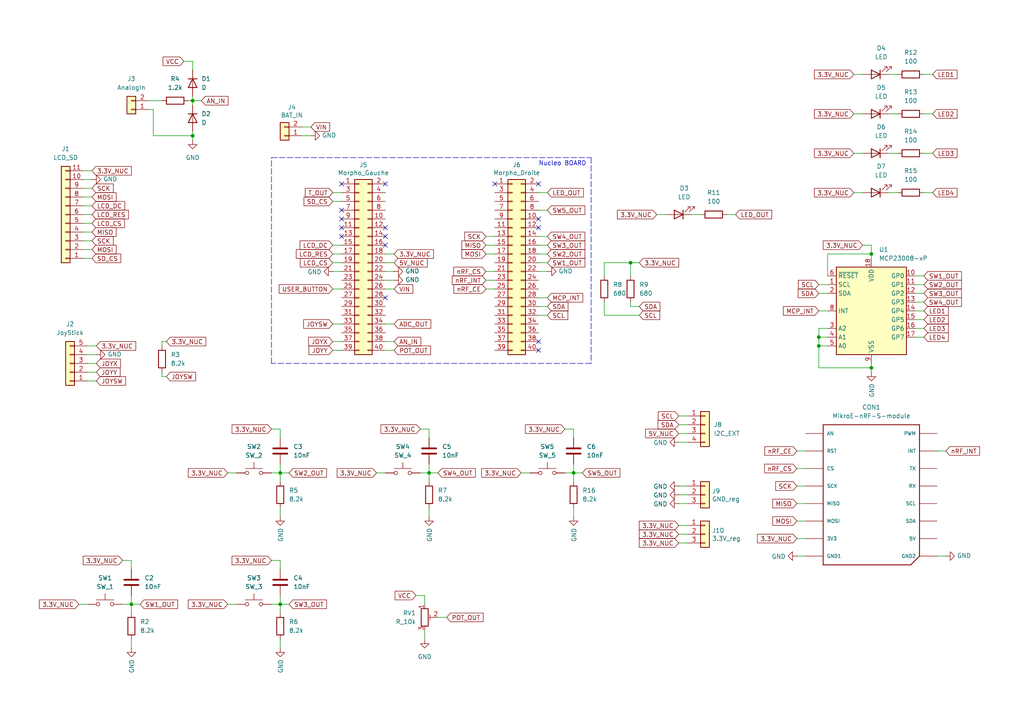
<source format=kicad_sch>
(kicad_sch (version 20231120) (generator "eeschema") (generator_version "8.0")
  (paper "A4")
  (lib_symbols
    (symbol "Connector_Generic:Conn_01x02" (pin_names (offset 1.016) hide)
      (property "Reference" "J" (at 0 2.54 0))
      (property "Value" "Conn_01x02" (at 0 -5.08 0))
      (symbol "Conn_01x02_1_1"
        (pin passive line (at -5.08 0 0) (length 3.81) (name "Pin_1") (number "1"))
        (pin passive line (at -5.08 -2.54 0) (length 3.81) (name "Pin_2") (number "2"))
      )
    )
    (symbol "Connector_Generic:Conn_01x03" (pin_names (offset 1.016) hide)
      (property "Reference" "J" (at 0 5.08 0))
      (property "Value" "Conn_01x03" (at 0 -5.08 0))
      (symbol "Conn_01x03_1_1"
        (pin passive line (at -5.08 2.54 0) (length 3.81) (name "Pin_1") (number "1"))
        (pin passive line (at -5.08 0 0) (length 3.81) (name "Pin_2") (number "2"))
        (pin passive line (at -5.08 -2.54 0) (length 3.81) (name "Pin_3") (number "3"))
      )
    )
    (symbol "Connector_Generic:Conn_01x04" (pin_names (offset 1.016) hide)
      (property "Reference" "J" (at 0 5.08 0))
      (property "Value" "Conn_01x04" (at 0 -7.62 0))
      (symbol "Conn_01x04_1_1"
        (pin passive line (at -5.08 2.54 0) (length 3.81) (name "Pin_1") (number "1"))
        (pin passive line (at -5.08 0 0) (length 3.81) (name "Pin_2") (number "2"))
        (pin passive line (at -5.08 -2.54 0) (length 3.81) (name "Pin_3") (number "3"))
        (pin passive line (at -5.08 -5.08 0) (length 3.81) (name "Pin_4") (number "4"))
      )
    )
    (symbol "Connector_Generic:Conn_01x05" (pin_names (offset 1.016) hide)
      (property "Reference" "J" (at 0 7.62 0))
      (property "Value" "Conn_01x05" (at 0 -7.62 0))
      (symbol "Conn_01x05_1_1"
        (pin passive line (at -5.08 5.08 0) (length 3.81) (name "Pin_1") (number "1"))
        (pin passive line (at -5.08 2.54 0) (length 3.81) (name "Pin_2") (number "2"))
        (pin passive line (at -5.08 0 0) (length 3.81) (name "Pin_3") (number "3"))
        (pin passive line (at -5.08 -2.54 0) (length 3.81) (name "Pin_4") (number "4"))
        (pin passive line (at -5.08 -5.08 0) (length 3.81) (name "Pin_5") (number "5"))
      )
    )
    (symbol "Connector_Generic:Conn_01x11" (pin_names (offset 1.016) hide)
      (property "Reference" "J" (at 0 15.24 0))
      (property "Value" "Conn_01x11" (at 0 -15.24 0))
      (symbol "Conn_01x11_1_1"
        (pin passive line (at -5.08 12.7 0) (length 3.81) (name "Pin_1") (number "1"))
        (pin passive line (at -5.08 -10.16 0) (length 3.81) (name "Pin_10") (number "10"))
        (pin passive line (at -5.08 -12.7 0) (length 3.81) (name "Pin_11") (number "11"))
        (pin passive line (at -5.08 10.16 0) (length 3.81) (name "Pin_2") (number "2"))
        (pin passive line (at -5.08 7.62 0) (length 3.81) (name "Pin_3") (number "3"))
        (pin passive line (at -5.08 5.08 0) (length 3.81) (name "Pin_4") (number "4"))
        (pin passive line (at -5.08 2.54 0) (length 3.81) (name "Pin_5") (number "5"))
        (pin passive line (at -5.08 0 0) (length 3.81) (name "Pin_6") (number "6"))
        (pin passive line (at -5.08 -2.54 0) (length 3.81) (name "Pin_7") (number "7"))
        (pin passive line (at -5.08 -5.08 0) (length 3.81) (name "Pin_8") (number "8"))
        (pin passive line (at -5.08 -7.62 0) (length 3.81) (name "Pin_9") (number "9"))
      )
    )
    (symbol "Connector_Generic:Conn_02x20_Odd_Even" (pin_names (offset 1.016) hide)
      (property "Reference" "J" (at 1.27 25.4 0))
      (property "Value" "Conn_02x20_Odd_Even" (at 1.27 -27.94 0))
      (symbol "Conn_02x20_Odd_Even_1_1"
        (pin passive line (at -5.08 22.86 0) (length 3.81) (name "Pin_1") (number "1"))
        (pin passive line (at 7.62 12.7 180) (length 3.81) (name "Pin_10") (number "10"))
        (pin passive line (at -5.08 10.16 0) (length 3.81) (name "Pin_11") (number "11"))
        (pin passive line (at 7.62 10.16 180) (length 3.81) (name "Pin_12") (number "12"))
        (pin passive line (at -5.08 7.62 0) (length 3.81) (name "Pin_13") (number "13"))
        (pin passive line (at 7.62 7.62 180) (length 3.81) (name "Pin_14") (number "14"))
        (pin passive line (at -5.08 5.08 0) (length 3.81) (name "Pin_15") (number "15"))
        (pin passive line (at 7.62 5.08 180) (length 3.81) (name "Pin_16") (number "16"))
        (pin passive line (at -5.08 2.54 0) (length 3.81) (name "Pin_17") (number "17"))
        (pin passive line (at 7.62 2.54 180) (length 3.81) (name "Pin_18") (number "18"))
        (pin passive line (at -5.08 0 0) (length 3.81) (name "Pin_19") (number "19"))
        (pin passive line (at 7.62 22.86 180) (length 3.81) (name "Pin_2") (number "2"))
        (pin passive line (at 7.62 0 180) (length 3.81) (name "Pin_20") (number "20"))
        (pin passive line (at -5.08 -2.54 0) (length 3.81) (name "Pin_21") (number "21"))
        (pin passive line (at 7.62 -2.54 180) (length 3.81) (name "Pin_22") (number "22"))
        (pin passive line (at -5.08 -5.08 0) (length 3.81) (name "Pin_23") (number "23"))
        (pin passive line (at 7.62 -5.08 180) (length 3.81) (name "Pin_24") (number "24"))
        (pin passive line (at -5.08 -7.62 0) (length 3.81) (name "Pin_25") (number "25"))
        (pin passive line (at 7.62 -7.62 180) (length 3.81) (name "Pin_26") (number "26"))
        (pin passive line (at -5.08 -10.16 0) (length 3.81) (name "Pin_27") (number "27"))
        (pin passive line (at 7.62 -10.16 180) (length 3.81) (name "Pin_28") (number "28"))
        (pin passive line (at -5.08 -12.7 0) (length 3.81) (name "Pin_29") (number "29"))
        (pin passive line (at -5.08 20.32 0) (length 3.81) (name "Pin_3") (number "3"))
        (pin passive line (at 7.62 -12.7 180) (length 3.81) (name "Pin_30") (number "30"))
        (pin passive line (at -5.08 -15.24 0) (length 3.81) (name "Pin_31") (number "31"))
        (pin passive line (at 7.62 -15.24 180) (length 3.81) (name "Pin_32") (number "32"))
        (pin passive line (at -5.08 -17.78 0) (length 3.81) (name "Pin_33") (number "33"))
        (pin passive line (at 7.62 -17.78 180) (length 3.81) (name "Pin_34") (number "34"))
        (pin passive line (at -5.08 -20.32 0) (length 3.81) (name "Pin_35") (number "35"))
        (pin passive line (at 7.62 -20.32 180) (length 3.81) (name "Pin_36") (number "36"))
        (pin passive line (at -5.08 -22.86 0) (length 3.81) (name "Pin_37") (number "37"))
        (pin passive line (at 7.62 -22.86 180) (length 3.81) (name "Pin_38") (number "38"))
        (pin passive line (at -5.08 -25.4 0) (length 3.81) (name "Pin_39") (number "39"))
        (pin passive line (at 7.62 20.32 180) (length 3.81) (name "Pin_4") (number "4"))
        (pin passive line (at 7.62 -25.4 180) (length 3.81) (name "Pin_40") (number "40"))
        (pin passive line (at -5.08 17.78 0) (length 3.81) (name "Pin_5") (number "5"))
        (pin passive line (at 7.62 17.78 180) (length 3.81) (name "Pin_6") (number "6"))
        (pin passive line (at -5.08 15.24 0) (length 3.81) (name "Pin_7") (number "7"))
        (pin passive line (at 7.62 15.24 180) (length 3.81) (name "Pin_8") (number "8"))
        (pin passive line (at -5.08 12.7 0) (length 3.81) (name "Pin_9") (number "9"))
      )
    )
    (symbol "Device:C" (pin_numbers hide) (pin_names (offset 0.254))
      (property "Reference" "C" (at 0.635 2.54 0))
      (property "Value" "C" (at 0.635 -2.54 0))
      (symbol "C_1_1"
        (pin passive line (at 0 3.81 270) (length 2.794) (name "~") (number "1"))
        (pin passive line (at 0 -3.81 90) (length 2.794) (name "~") (number "2"))
      )
    )
    (symbol "Device:D" (pin_numbers hide) (pin_names (offset 1.016) hide)
      (property "Reference" "D" (at 0 2.54 0))
      (property "Value" "D" (at 0 -2.54 0))
      (symbol "D_1_1"
        (pin passive line (at -3.81 0 0) (length 2.54) (name "K") (number "1"))
        (pin passive line (at 3.81 0 180) (length 2.54) (name "A") (number "2"))
      )
    )
    (symbol "Device:LED" (pin_numbers hide) (pin_names (offset 1.016) hide)
      (property "Reference" "D" (at 0 2.54 0))
      (property "Value" "LED" (at 0 -2.54 0))
      (symbol "LED_1_1"
        (pin passive line (at -3.81 0 0) (length 2.54) (name "K") (number "1"))
        (pin passive line (at 3.81 0 180) (length 2.54) (name "A") (number "2"))
      )
    )
    (symbol "Device:R" (pin_numbers hide) (pin_names (offset 0))
      (property "Reference" "R" (at 2.032 0 90))
      (property "Value" "R" (at 0 0 90))
      (symbol "R_1_1"
        (pin passive line (at 0 3.81 270) (length 1.27) (name "~") (number "1"))
        (pin passive line (at 0 -3.81 90) (length 1.27) (name "~") (number "2"))
      )
    )
    (symbol "Device:R_POT_TRIM" (pin_names (offset 1.016) hide)
      (property "Reference" "RV" (at -4.445 0 90))
      (property "Value" "R_POT_TRIM" (at -2.54 0 90))
      (symbol "R_POT_TRIM_1_1"
        (pin passive line (at 0 3.81 270) (length 1.27) (name "1") (number "1"))
        (pin passive line (at 3.81 0 180) (length 1.27) (name "2") (number "2"))
        (pin passive line (at 0 -3.81 90) (length 1.27) (name "3") (number "3"))
      )
    )
    (symbol "Interface_Expansion:MCP23008-xP"
      (property "Reference" "U" (at -8.89 13.97 0))
      (property "Value" "MCP23008-xP" (at 8.89 13.97 0))
      (symbol "MCP23008-xP_1_1"
        (pin input line (at -12.7 7.62 0) (length 2.54) (name "SCL") (number "1"))
        (pin bidirectional line (at 12.7 10.16 180) (length 2.54) (name "GP0") (number "10"))
        (pin bidirectional line (at 12.7 7.62 180) (length 2.54) (name "GP1") (number "11"))
        (pin bidirectional line (at 12.7 5.08 180) (length 2.54) (name "GP2") (number "12"))
        (pin bidirectional line (at 12.7 2.54 180) (length 2.54) (name "GP3") (number "13"))
        (pin bidirectional line (at 12.7 0 180) (length 2.54) (name "GP4") (number "14"))
        (pin bidirectional line (at 12.7 -2.54 180) (length 2.54) (name "GP5") (number "15"))
        (pin bidirectional line (at 12.7 -5.08 180) (length 2.54) (name "GP6") (number "16"))
        (pin bidirectional line (at 12.7 -7.62 180) (length 2.54) (name "GP7") (number "17"))
        (pin power_in line (at 0 15.24 270) (length 2.54) (name "VDD") (number "18"))
        (pin bidirectional line (at -12.7 5.08 0) (length 2.54) (name "SDA") (number "2"))
        (pin input line (at -12.7 -5.08 0) (length 2.54) (name "A2") (number "3"))
        (pin input line (at -12.7 -7.62 0) (length 2.54) (name "A1") (number "4"))
        (pin input line (at -12.7 -10.16 0) (length 2.54) (name "A0") (number "5"))
        (pin input line (at -12.7 10.16 0) (length 2.54) (name "~{RESET}") (number "6"))
        (pin no_connect line (at -10.16 -2.54 0) (length 2.54) hide (name "NC") (number "7"))
        (pin output line (at -12.7 0 0) (length 2.54) (name "INT") (number "8"))
        (pin power_in line (at 0 -15.24 90) (length 2.54) (name "VSS") (number "9"))
      )
    )
    (symbol "Switch:SW_Push" (pin_numbers hide) (pin_names (offset 1.016) hide)
      (property "Reference" "SW" (at 1.27 2.54 0))
      (property "Value" "SW_Push" (at 0 -1.524 0))
      (symbol "SW_Push_0_1"
        (pin passive line (at -5.08 0 0) (length 2.54) (name "1") (number "1"))
        (pin passive line (at 5.08 0 180) (length 2.54) (name "2") (number "2"))
      )
    )
    (symbol "mikroBUS:MIKROBUS_MODULE_CONN" (pin_numbers hide) (pin_names (offset 1.016))
      (property "Reference" "CON" (at 10.16 38.1 0))
      (property "Value" "MIKROBUS_MODULE_CONN" (at 2.54 3.81 0))
      (symbol "MIKROBUS_MODULE_CONN_0_0"
        (pin bidirectional line (at -5.08 38.1 0) (length 5.08) (name "AN") (number "P1"))
        (pin power_in line (at 33.02 7.62 180) (length 5.08) (name "5V") (number "P10"))
        (pin bidirectional line (at 33.02 12.7 180) (length 5.08) (name "SDA") (number "P11"))
        (pin bidirectional line (at 33.02 17.78 180) (length 5.08) (name "SCL") (number "P12"))
        (pin bidirectional line (at 33.02 22.86 180) (length 5.08) (name "RX") (number "P13"))
        (pin bidirectional line (at 33.02 27.94 180) (length 5.08) (name "TX") (number "P14"))
        (pin bidirectional line (at 33.02 33.02 180) (length 5.08) (name "INT") (number "P15"))
        (pin bidirectional line (at 33.02 38.1 180) (length 5.08) (name "PWM") (number "P16"))
        (pin bidirectional line (at -5.08 33.02 0) (length 5.08) (name "RST") (number "P2"))
        (pin bidirectional line (at -5.08 27.94 0) (length 5.08) (name "CS") (number "P3"))
        (pin bidirectional line (at -5.08 22.86 0) (length 5.08) (name "SCK") (number "P4"))
        (pin bidirectional line (at -5.08 17.78 0) (length 5.08) (name "MISO") (number "P5"))
        (pin bidirectional line (at -5.08 12.7 0) (length 5.08) (name "MOSI") (number "P6"))
        (pin power_in line (at -5.08 7.62 0) (length 5.08) (name "3V3") (number "P7"))
        (pin bidirectional line (at -5.08 2.54 0) (length 5.08) (name "GND1") (number "P8"))
        (pin bidirectional line (at 33.02 2.54 180) (length 5.08) (name "GND2") (number "P9"))
      )
    )
    (symbol "power:GND" (power) (pin_numbers hide) (pin_names (offset 0) hide)
      (property "Value" "GND" (at 0 -3.81 0))
      (symbol "GND_1_1"
        (pin power_in line (at 0 0 270) (length 0) (name "~") (number "1"))
      )
    )
  )
  (junction (at 252.73 106.68))
  (junction (at 81.28 175.26))
  (junction (at 182.88 76.2))
  (junction (at 252.73 73.66))
  (junction (at 81.28 137.16))
  (junction (at 55.88 29.21))
  (junction (at 237.49 100.33))
  (junction (at 166.37 137.16))
  (junction (at 38.1 175.26))
  (junction (at 124.46 137.16))
  (junction (at 55.88 39.37))
  (junction (at 237.49 97.79))
  (no_connect (at 99.06 68.58))
  (no_connect (at 99.06 60.96))
  (no_connect (at 156.21 101.6))
  (no_connect (at 111.76 66.04))
  (no_connect (at 111.76 68.58))
  (no_connect (at 111.76 86.36))
  (no_connect (at 111.76 71.12))
  (no_connect (at 156.21 99.06))
  (no_connect (at 156.21 63.5))
  (no_connect (at 111.76 53.34))
  (no_connect (at 99.06 53.34))
  (no_connect (at 156.21 66.04))
  (no_connect (at 99.06 66.04))
  (no_connect (at 99.06 63.5))
  (no_connect (at 143.51 53.34))
  (no_connect (at 156.21 53.34))
  (wire (pts (xy 66.04 137.16) (xy 68.58 137.16)))
  (wire (pts (xy 185.42 76.2) (xy 182.88 76.2)))
  (wire (pts (xy 81.28 147.32) (xy 81.28 149.86)))
  (wire (pts (xy 96.52 99.06) (xy 99.06 99.06)))
  (wire (pts (xy 55.88 29.21) (xy 55.88 27.94)))
  (wire (pts (xy 231.14 140.97) (xy 233.68 140.97)))
  (wire (pts (xy 231.14 146.05) (xy 233.68 146.05)))
  (wire (pts (xy 237.49 97.79) (xy 237.49 95.25)))
  (wire (pts (xy 81.28 185.42) (xy 81.28 187.96)))
  (wire (pts (xy 24.13 72.39) (xy 26.67 72.39)))
  (wire (pts (xy 81.28 137.16) (xy 83.82 137.16)))
  (wire (pts (xy 156.21 55.88) (xy 158.75 55.88)))
  (wire (pts (xy 231.14 130.81) (xy 233.68 130.81)))
  (wire (pts (xy 114.3 76.2) (xy 111.76 76.2)))
  (wire (pts (xy 196.85 140.97) (xy 199.39 140.97)))
  (wire (pts (xy 265.43 97.79) (xy 267.97 97.79)))
  (wire (pts (xy 267.97 44.45) (xy 270.51 44.45)))
  (wire (pts (xy 210.82 62.23) (xy 213.36 62.23)))
  (wire (pts (xy 55.88 29.21) (xy 58.42 29.21)))
  (wire (pts (xy 196.85 123.19) (xy 199.39 123.19)))
  (wire (pts (xy 35.56 175.26) (xy 38.1 175.26)))
  (wire (pts (xy 111.76 83.82) (xy 114.3 83.82)))
  (wire (pts (xy 25.4 107.95) (xy 27.94 107.95)))
  (wire (pts (xy 156.21 86.36) (xy 158.75 86.36)))
  (wire (pts (xy 237.49 100.33) (xy 240.03 100.33)))
  (wire (pts (xy 140.97 71.12) (xy 143.51 71.12)))
  (wire (pts (xy 121.92 124.46) (xy 124.46 124.46)))
  (wire (pts (xy 120.65 172.72) (xy 123.19 172.72)))
  (wire (pts (xy 252.73 106.68) (xy 252.73 107.95)))
  (wire (pts (xy 22.86 175.26) (xy 25.4 175.26)))
  (wire (pts (xy 196.85 125.73) (xy 199.39 125.73)))
  (wire (pts (xy 247.65 44.45) (xy 250.19 44.45)))
  (wire (pts (xy 237.49 95.25) (xy 240.03 95.25)))
  (wire (pts (xy 78.74 162.56) (xy 81.28 162.56)))
  (wire (pts (xy 25.4 102.87) (xy 27.94 102.87)))
  (wire (pts (xy 140.97 78.74) (xy 143.51 78.74)))
  (wire (pts (xy 265.43 95.25) (xy 267.97 95.25)))
  (wire (pts (xy 48.26 109.22) (xy 46.99 109.22)))
  (wire (pts (xy 111.76 81.28) (xy 114.3 81.28)))
  (wire (pts (xy 124.46 147.32) (xy 124.46 149.86)))
  (wire (pts (xy 25.4 100.33) (xy 27.94 100.33)))
  (wire (pts (xy 237.49 90.17) (xy 240.03 90.17)))
  (wire (pts (xy 182.88 76.2) (xy 182.88 80.01)))
  (wire (pts (xy 111.76 73.66) (xy 114.3 73.66)))
  (wire (pts (xy 96.52 78.74) (xy 99.06 78.74)))
  (wire (pts (xy 156.21 78.74) (xy 158.75 78.74)))
  (wire (pts (xy 96.52 73.66) (xy 99.06 73.66)))
  (wire (pts (xy 78.74 137.16) (xy 81.28 137.16)))
  (wire (pts (xy 81.28 137.16) (xy 81.28 139.7)))
  (wire (pts (xy 43.18 29.21) (xy 46.99 29.21)))
  (wire (pts (xy 166.37 137.16) (xy 166.37 134.62)))
  (wire (pts (xy 111.76 93.98) (xy 114.3 93.98)))
  (wire (pts (xy 96.52 83.82) (xy 99.06 83.82)))
  (wire (pts (xy 35.56 162.56) (xy 38.1 162.56)))
  (wire (pts (xy 109.22 137.16) (xy 111.76 137.16)))
  (wire (pts (xy 240.03 73.66) (xy 240.03 80.01)))
  (wire (pts (xy 199.39 157.48) (xy 196.85 157.48)))
  (wire (pts (xy 121.92 137.16) (xy 124.46 137.16)))
  (wire (pts (xy 175.26 91.44) (xy 175.26 87.63)))
  (wire (pts (xy 237.49 106.68) (xy 237.49 100.33)))
  (wire (pts (xy 111.76 78.74) (xy 114.3 78.74)))
  (wire (pts (xy 199.39 143.51) (xy 196.85 143.51)))
  (wire (pts (xy 111.76 99.06) (xy 114.3 99.06)))
  (wire (pts (xy 190.5 62.23) (xy 193.04 62.23)))
  (wire (pts (xy 24.13 57.15) (xy 26.67 57.15)))
  (wire (pts (xy 237.49 100.33) (xy 237.49 97.79)))
  (wire (pts (xy 265.43 87.63) (xy 267.97 87.63)))
  (wire (pts (xy 81.28 124.46) (xy 81.28 127)))
  (wire (pts (xy 267.97 21.59) (xy 270.51 21.59)))
  (wire (pts (xy 81.28 175.26) (xy 81.28 172.72)))
  (wire (pts (xy 247.65 33.02) (xy 250.19 33.02)))
  (wire (pts (xy 156.21 91.44) (xy 158.75 91.44)))
  (wire (pts (xy 156.21 71.12) (xy 158.75 71.12)))
  (wire (pts (xy 252.73 71.12) (xy 252.73 73.66)))
  (wire (pts (xy 96.52 101.6) (xy 99.06 101.6)))
  (wire (pts (xy 237.49 97.79) (xy 240.03 97.79)))
  (wire (pts (xy 25.4 110.49) (xy 27.94 110.49)))
  (wire (pts (xy 252.73 71.12) (xy 250.19 71.12)))
  (wire (pts (xy 247.65 21.59) (xy 250.19 21.59)))
  (wire (pts (xy 247.65 55.88) (xy 250.19 55.88)))
  (wire (pts (xy 185.42 91.44) (xy 175.26 91.44)))
  (wire (pts (xy 252.73 105.41) (xy 252.73 106.68)))
  (wire (pts (xy 265.43 85.09) (xy 267.97 85.09)))
  (wire (pts (xy 96.52 76.2) (xy 99.06 76.2)))
  (wire (pts (xy 127 179.07) (xy 129.54 179.07)))
  (wire (pts (xy 38.1 162.56) (xy 38.1 165.1)))
  (wire (pts (xy 231.14 135.89) (xy 233.68 135.89)))
  (wire (pts (xy 123.19 182.88) (xy 123.19 185.42)))
  (wire (pts (xy 265.43 82.55) (xy 267.97 82.55)))
  (wire (pts (xy 257.81 55.88) (xy 260.35 55.88)))
  (wire (pts (xy 38.1 185.42) (xy 38.1 187.96)))
  (wire (pts (xy 78.74 124.46) (xy 81.28 124.46)))
  (wire (pts (xy 111.76 101.6) (xy 114.3 101.6)))
  (wire (pts (xy 25.4 105.41) (xy 27.94 105.41)))
  (wire (pts (xy 237.49 85.09) (xy 240.03 85.09)))
  (wire (pts (xy 163.83 137.16) (xy 166.37 137.16)))
  (wire (pts (xy 257.81 33.02) (xy 260.35 33.02)))
  (polyline (pts (xy 78.74 45.72) (xy 171.45 45.72)) (stroke (width 0) (type dash)))
  (wire (pts (xy 24.13 52.07) (xy 26.67 52.07)))
  (wire (pts (xy 24.13 67.31) (xy 26.67 67.31)))
  (wire (pts (xy 257.81 44.45) (xy 260.35 44.45)))
  (wire (pts (xy 54.61 29.21) (xy 55.88 29.21)))
  (wire (pts (xy 196.85 128.27) (xy 199.39 128.27)))
  (wire (pts (xy 124.46 124.46) (xy 124.46 127)))
  (wire (pts (xy 156.21 73.66) (xy 158.75 73.66)))
  (wire (pts (xy 163.83 124.46) (xy 166.37 124.46)))
  (wire (pts (xy 38.1 175.26) (xy 38.1 172.72)))
  (wire (pts (xy 24.13 62.23) (xy 26.67 62.23)))
  (wire (pts (xy 24.13 54.61) (xy 26.67 54.61)))
  (wire (pts (xy 175.26 76.2) (xy 175.26 80.01)))
  (wire (pts (xy 55.88 39.37) (xy 55.88 40.64)))
  (wire (pts (xy 231.14 151.13) (xy 233.68 151.13)))
  (wire (pts (xy 271.78 161.29) (xy 274.32 161.29)))
  (wire (pts (xy 199.39 152.4) (xy 196.85 152.4)))
  (wire (pts (xy 156.21 76.2) (xy 158.75 76.2)))
  (wire (pts (xy 55.88 39.37) (xy 44.45 39.37)))
  (wire (pts (xy 96.52 55.88) (xy 99.06 55.88)))
  (wire (pts (xy 140.97 81.28) (xy 143.51 81.28)))
  (wire (pts (xy 44.45 31.75) (xy 43.18 31.75)))
  (wire (pts (xy 24.13 59.69) (xy 26.67 59.69)))
  (wire (pts (xy 252.73 73.66) (xy 240.03 73.66)))
  (wire (pts (xy 267.97 55.88) (xy 270.51 55.88)))
  (wire (pts (xy 55.88 17.78) (xy 53.34 17.78)))
  (wire (pts (xy 81.28 175.26) (xy 83.82 175.26)))
  (wire (pts (xy 166.37 137.16) (xy 166.37 139.7)))
  (wire (pts (xy 55.88 38.1) (xy 55.88 39.37)))
  (wire (pts (xy 200.66 62.23) (xy 203.2 62.23)))
  (wire (pts (xy 182.88 88.9) (xy 182.88 87.63)))
  (wire (pts (xy 46.99 109.22) (xy 46.99 107.95)))
  (wire (pts (xy 24.13 74.93) (xy 26.67 74.93)))
  (wire (pts (xy 185.42 88.9) (xy 182.88 88.9)))
  (wire (pts (xy 55.88 20.32) (xy 55.88 17.78)))
  (wire (pts (xy 231.14 161.29) (xy 233.68 161.29)))
  (wire (pts (xy 78.74 175.26) (xy 81.28 175.26)))
  (wire (pts (xy 24.13 69.85) (xy 26.67 69.85)))
  (wire (pts (xy 237.49 82.55) (xy 240.03 82.55)))
  (wire (pts (xy 123.19 172.72) (xy 123.19 175.26)))
  (wire (pts (xy 81.28 175.26) (xy 81.28 177.8)))
  (wire (pts (xy 96.52 71.12) (xy 99.06 71.12)))
  (wire (pts (xy 156.21 88.9) (xy 158.75 88.9)))
  (wire (pts (xy 252.73 106.68) (xy 237.49 106.68)))
  (wire (pts (xy 96.52 93.98) (xy 99.06 93.98)))
  (wire (pts (xy 252.73 73.66) (xy 252.73 74.93)))
  (wire (pts (xy 257.81 21.59) (xy 260.35 21.59)))
  (wire (pts (xy 140.97 68.58) (xy 143.51 68.58)))
  (wire (pts (xy 140.97 73.66) (xy 143.51 73.66)))
  (wire (pts (xy 24.13 64.77) (xy 26.67 64.77)))
  (wire (pts (xy 124.46 137.16) (xy 124.46 134.62)))
  (wire (pts (xy 55.88 29.21) (xy 55.88 30.48)))
  (wire (pts (xy 87.63 39.37) (xy 90.17 39.37)))
  (wire (pts (xy 166.37 147.32) (xy 166.37 149.86)))
  (wire (pts (xy 271.78 130.81) (xy 274.32 130.81)))
  (wire (pts (xy 265.43 80.01) (xy 267.97 80.01)))
  (polyline (pts (xy 78.74 105.41) (xy 78.74 45.72)) (stroke (width 0) (type dash)))
  (wire (pts (xy 166.37 137.16) (xy 168.91 137.16)))
  (wire (pts (xy 38.1 175.26) (xy 40.64 175.26)))
  (wire (pts (xy 124.46 137.16) (xy 124.46 139.7)))
  (wire (pts (xy 81.28 162.56) (xy 81.28 165.1)))
  (wire (pts (xy 46.99 99.06) (xy 48.26 99.06)))
  (wire (pts (xy 156.21 60.96) (xy 158.75 60.96)))
  (polyline (pts (xy 171.45 45.72) (xy 171.45 105.41)) (stroke (width 0) (type dash)))
  (wire (pts (xy 46.99 100.33) (xy 46.99 99.06)))
  (wire (pts (xy 265.43 90.17) (xy 267.97 90.17)))
  (wire (pts (xy 44.45 39.37) (xy 44.45 31.75)))
  (wire (pts (xy 151.13 137.16) (xy 153.67 137.16)))
  (wire (pts (xy 199.39 146.05) (xy 196.85 146.05)))
  (wire (pts (xy 66.04 175.26) (xy 68.58 175.26)))
  (wire (pts (xy 199.39 154.94) (xy 196.85 154.94)))
  (polyline (pts (xy 171.45 105.41) (xy 78.74 105.41)) (stroke (width 0) (type dash)))
  (wire (pts (xy 265.43 92.71) (xy 267.97 92.71)))
  (wire (pts (xy 124.46 137.16) (xy 127 137.16)))
  (wire (pts (xy 166.37 124.46) (xy 166.37 127)))
  (wire (pts (xy 87.63 36.83) (xy 90.17 36.83)))
  (wire (pts (xy 140.97 83.82) (xy 143.51 83.82)))
  (wire (pts (xy 182.88 76.2) (xy 175.26 76.2)))
  (wire (pts (xy 24.13 49.53) (xy 26.67 49.53)))
  (wire (pts (xy 267.97 33.02) (xy 270.51 33.02)))
  (wire (pts (xy 81.28 137.16) (xy 81.28 134.62)))
  (wire (pts (xy 38.1 175.26) (xy 38.1 177.8)))
  (wire (pts (xy 96.52 58.42) (xy 99.06 58.42)))
  (wire (pts (xy 196.85 120.65) (xy 199.39 120.65)))
  (wire (pts (xy 231.14 156.21) (xy 233.68 156.21)))
  (wire (pts (xy 156.21 68.58) (xy 158.75 68.58)))
  (text "Nucleo BOARD" (at 156.21 48.26 0) (effects (font (size 1.27 1.27)) (justify left bottom)))
  (global_label "SCK" (shape input) (at 26.67 54.61 0) (property "Intersheetrefs" "${INTERSHEET_REFS}" (effects (hide yes))))
  (global_label "SCK" (shape input) (at 140.97 68.58 180) (property "Intersheetrefs" "${INTERSHEET_REFS}" (effects (hide yes))))
  (global_label "USER_BUTTON" (shape input) (at 96.52 83.82 180) (property "Intersheetrefs" "${INTERSHEET_REFS}" (effects (hide yes))))
  (global_label "SCL" (shape input) (at 185.42 91.44 0) (property "Intersheetrefs" "${INTERSHEET_REFS}" (effects (hide yes))))
  (global_label "LCD_DC" (shape input) (at 26.67 59.69 0) (property "Intersheetrefs" "${INTERSHEET_REFS}" (effects (hide yes))))
  (global_label "LCD_CS" (shape input) (at 96.52 76.2 180) (property "Intersheetrefs" "${INTERSHEET_REFS}" (effects (hide yes))))
  (global_label "SW2_OUT" (shape input) (at 267.97 82.55 0) (property "Intersheetrefs" "${INTERSHEET_REFS}" (effects (hide yes))))
  (global_label "VIN" (shape input) (at 90.17 36.83 0) (property "Intersheetrefs" "${INTERSHEET_REFS}" (effects (hide yes))))
  (global_label "MISO" (shape input) (at 140.97 71.12 180) (property "Intersheetrefs" "${INTERSHEET_REFS}" (effects (hide yes))))
  (global_label "JOYSW" (shape input) (at 27.94 110.49 0) (property "Intersheetrefs" "${INTERSHEET_REFS}" (effects (hide yes))))
  (global_label "SW1_OUT" (shape input) (at 40.64 175.26 0) (property "Intersheetrefs" "${INTERSHEET_REFS}" (effects (hide yes))))
  (global_label "3.3V_NUC" (shape input) (at 247.65 55.88 180) (property "Intersheetrefs" "${INTERSHEET_REFS}" (effects (hide yes))))
  (global_label "SDA" (shape input) (at 196.85 123.19 180) (property "Intersheetrefs" "${INTERSHEET_REFS}" (effects (hide yes))))
  (global_label "MCP_INT" (shape input) (at 158.75 86.36 0) (property "Intersheetrefs" "${INTERSHEET_REFS}" (effects (hide yes))))
  (global_label "LED_OUT" (shape input) (at 213.36 62.23 0) (property "Intersheetrefs" "${INTERSHEET_REFS}" (effects (hide yes))))
  (global_label "JOYY" (shape input) (at 27.94 107.95 0) (property "Intersheetrefs" "${INTERSHEET_REFS}" (effects (hide yes))))
  (global_label "SW4_OUT" (shape input) (at 127 137.16 0) (property "Intersheetrefs" "${INTERSHEET_REFS}" (effects (hide yes))))
  (global_label "LED3" (shape input) (at 267.97 95.25 0) (property "Intersheetrefs" "${INTERSHEET_REFS}" (effects (hide yes))))
  (global_label "3.3V_NUC" (shape input) (at 48.26 99.06 0) (property "Intersheetrefs" "${INTERSHEET_REFS}" (effects (hide yes))))
  (global_label "ADC_OUT" (shape input) (at 114.3 93.98 0) (property "Intersheetrefs" "${INTERSHEET_REFS}" (effects (hide yes))))
  (global_label "MOSI" (shape input) (at 231.14 151.13 180) (property "Intersheetrefs" "${INTERSHEET_REFS}" (effects (hide yes))))
  (global_label "3.3V_NUC" (shape input) (at 35.56 162.56 180) (property "Intersheetrefs" "${INTERSHEET_REFS}" (effects (hide yes))))
  (global_label "3.3V_NUC" (shape input) (at 121.92 124.46 180) (property "Intersheetrefs" "${INTERSHEET_REFS}" (effects (hide yes))))
  (global_label "LCD_RES" (shape input) (at 26.67 62.23 0) (property "Intersheetrefs" "${INTERSHEET_REFS}" (effects (hide yes))))
  (global_label "POT_OUT" (shape input) (at 129.54 179.07 0) (property "Intersheetrefs" "${INTERSHEET_REFS}" (effects (hide yes))))
  (global_label "SCL" (shape input) (at 158.75 91.44 0) (property "Intersheetrefs" "${INTERSHEET_REFS}" (effects (hide yes))))
  (global_label "3.3V_NUC" (shape input) (at 114.3 73.66 0) (property "Intersheetrefs" "${INTERSHEET_REFS}" (effects (hide yes))))
  (global_label "3.3V_NUC" (shape input) (at 247.65 21.59 180) (property "Intersheetrefs" "${INTERSHEET_REFS}" (effects (hide yes))))
  (global_label "3.3V_NUC" (shape input) (at 78.74 162.56 180) (property "Intersheetrefs" "${INTERSHEET_REFS}" (effects (hide yes))))
  (global_label "nRF_CS" (shape input) (at 140.97 78.74 180) (property "Intersheetrefs" "${INTERSHEET_REFS}" (effects (hide yes))))
  (global_label "LED4" (shape input) (at 270.51 55.88 0) (property "Intersheetrefs" "${INTERSHEET_REFS}" (effects (hide yes))))
  (global_label "3.3V_NUC" (shape input) (at 190.5 62.23 180) (property "Intersheetrefs" "${INTERSHEET_REFS}" (effects (hide yes))))
  (global_label "SDA" (shape input) (at 185.42 88.9 0) (property "Intersheetrefs" "${INTERSHEET_REFS}" (effects (hide yes))))
  (global_label "3.3V_NUC" (shape input) (at 185.42 76.2 0) (property "Intersheetrefs" "${INTERSHEET_REFS}" (effects (hide yes))))
  (global_label "3.3V_NUC" (shape input) (at 196.85 152.4 180) (property "Intersheetrefs" "${INTERSHEET_REFS}" (effects (hide yes))))
  (global_label "3.3V_NUC" (shape input) (at 66.04 175.26 180) (property "Intersheetrefs" "${INTERSHEET_REFS}" (effects (hide yes))))
  (global_label "LED3" (shape input) (at 270.51 44.45 0) (property "Intersheetrefs" "${INTERSHEET_REFS}" (effects (hide yes))))
  (global_label "LED_OUT" (shape input) (at 158.75 55.88 0) (property "Intersheetrefs" "${INTERSHEET_REFS}" (effects (hide yes))))
  (global_label "SCK" (shape input) (at 26.67 69.85 0) (property "Intersheetrefs" "${INTERSHEET_REFS}" (effects (hide yes))))
  (global_label "SW3_OUT" (shape input) (at 158.75 71.12 0) (property "Intersheetrefs" "${INTERSHEET_REFS}" (effects (hide yes))))
  (global_label "LED2" (shape input) (at 270.51 33.02 0) (property "Intersheetrefs" "${INTERSHEET_REFS}" (effects (hide yes))))
  (global_label "LED2" (shape input) (at 267.97 92.71 0) (property "Intersheetrefs" "${INTERSHEET_REFS}" (effects (hide yes))))
  (global_label "SW4_OUT" (shape input) (at 158.75 68.58 0) (property "Intersheetrefs" "${INTERSHEET_REFS}" (effects (hide yes))))
  (global_label "SW1_OUT" (shape input) (at 267.97 80.01 0) (property "Intersheetrefs" "${INTERSHEET_REFS}" (effects (hide yes))))
  (global_label "5V_NUC" (shape input) (at 114.3 76.2 0) (property "Intersheetrefs" "${INTERSHEET_REFS}" (effects (hide yes))))
  (global_label "SDA" (shape input) (at 237.49 85.09 180) (property "Intersheetrefs" "${INTERSHEET_REFS}" (effects (hide yes))))
  (global_label "JOYY" (shape input) (at 96.52 101.6 180) (property "Intersheetrefs" "${INTERSHEET_REFS}" (effects (hide yes))))
  (global_label "nRF_INT" (shape input) (at 274.32 130.81 0) (property "Intersheetrefs" "${INTERSHEET_REFS}" (effects (hide yes))))
  (global_label "SW2_OUT" (shape input) (at 83.82 137.16 0) (property "Intersheetrefs" "${INTERSHEET_REFS}" (effects (hide yes))))
  (global_label "LED1" (shape input) (at 270.51 21.59 0) (property "Intersheetrefs" "${INTERSHEET_REFS}" (effects (hide yes))))
  (global_label "MOSI" (shape input) (at 26.67 57.15 0) (property "Intersheetrefs" "${INTERSHEET_REFS}" (effects (hide yes))))
  (global_label "LCD_DC" (shape input) (at 96.52 71.12 180) (property "Intersheetrefs" "${INTERSHEET_REFS}" (effects (hide yes))))
  (global_label "SW3_OUT" (shape input) (at 83.82 175.26 0) (property "Intersheetrefs" "${INTERSHEET_REFS}" (effects (hide yes))))
  (global_label "3.3V_NUC" (shape input) (at 66.04 137.16 180) (property "Intersheetrefs" "${INTERSHEET_REFS}" (effects (hide yes))))
  (global_label "MCP_INT" (shape input) (at 237.49 90.17 180) (property "Intersheetrefs" "${INTERSHEET_REFS}" (effects (hide yes))))
  (global_label "SD_CS" (shape input) (at 26.67 74.93 0) (property "Intersheetrefs" "${INTERSHEET_REFS}" (effects (hide yes))))
  (global_label "3.3V_NUC" (shape input) (at 247.65 33.02 180) (property "Intersheetrefs" "${INTERSHEET_REFS}" (effects (hide yes))))
  (global_label "LED1" (shape input) (at 267.97 90.17 0) (property "Intersheetrefs" "${INTERSHEET_REFS}" (effects (hide yes))))
  (global_label "nRF_CS" (shape input) (at 231.14 135.89 180) (property "Intersheetrefs" "${INTERSHEET_REFS}" (effects (hide yes))))
  (global_label "SCK" (shape input) (at 231.14 140.97 180) (property "Intersheetrefs" "${INTERSHEET_REFS}" (effects (hide yes))))
  (global_label "SW3_OUT" (shape input) (at 267.97 85.09 0) (property "Intersheetrefs" "${INTERSHEET_REFS}" (effects (hide yes))))
  (global_label "3.3V_NUC" (shape input) (at 196.85 154.94 180) (property "Intersheetrefs" "${INTERSHEET_REFS}" (effects (hide yes))))
  (global_label "3.3V_NUC" (shape input) (at 27.94 100.33 0) (property "Intersheetrefs" "${INTERSHEET_REFS}" (effects (hide yes))))
  (global_label "3.3V_NUC" (shape input) (at 22.86 175.26 180) (property "Intersheetrefs" "${INTERSHEET_REFS}" (effects (hide yes))))
  (global_label "SDA" (shape input) (at 158.75 88.9 0) (property "Intersheetrefs" "${INTERSHEET_REFS}" (effects (hide yes))))
  (global_label "SW5_OUT" (shape input) (at 168.91 137.16 0) (property "Intersheetrefs" "${INTERSHEET_REFS}" (effects (hide yes))))
  (global_label "MISO" (shape input) (at 231.14 146.05 180) (property "Intersheetrefs" "${INTERSHEET_REFS}" (effects (hide yes))))
  (global_label "POT_OUT" (shape input) (at 114.3 101.6 0) (property "Intersheetrefs" "${INTERSHEET_REFS}" (effects (hide yes))))
  (global_label "LCD_CS" (shape input) (at 26.67 64.77 0) (property "Intersheetrefs" "${INTERSHEET_REFS}" (effects (hide yes))))
  (global_label "3.3V_NUC" (shape input) (at 163.83 124.46 180) (property "Intersheetrefs" "${INTERSHEET_REFS}" (effects (hide yes))))
  (global_label "MOSI" (shape input) (at 140.97 73.66 180) (property "Intersheetrefs" "${INTERSHEET_REFS}" (effects (hide yes))))
  (global_label "LED4" (shape input) (at 267.97 97.79 0) (property "Intersheetrefs" "${INTERSHEET_REFS}" (effects (hide yes))))
  (global_label "SD_CS" (shape input) (at 96.52 58.42 180) (property "Intersheetrefs" "${INTERSHEET_REFS}" (effects (hide yes))))
  (global_label "3.3V_NUC" (shape input) (at 26.67 49.53 0) (property "Intersheetrefs" "${INTERSHEET_REFS}" (effects (hide yes))))
  (global_label "AN_IN" (shape input) (at 114.3 99.06 0) (property "Intersheetrefs" "${INTERSHEET_REFS}" (effects (hide yes))))
  (global_label "JOYX" (shape input) (at 96.52 99.06 180) (property "Intersheetrefs" "${INTERSHEET_REFS}" (effects (hide yes))))
  (global_label "MISO" (shape input) (at 26.67 67.31 0) (property "Intersheetrefs" "${INTERSHEET_REFS}" (effects (hide yes))))
  (global_label "nRF_CE" (shape input) (at 231.14 130.81 180) (property "Intersheetrefs" "${INTERSHEET_REFS}" (effects (hide yes))))
  (global_label "SW5_OUT" (shape input) (at 158.75 60.96 0) (property "Intersheetrefs" "${INTERSHEET_REFS}" (effects (hide yes))))
  (global_label "JOYX" (shape input) (at 27.94 105.41 0) (property "Intersheetrefs" "${INTERSHEET_REFS}" (effects (hide yes))))
  (global_label "3.3V_NUC" (shape input) (at 78.74 124.46 180) (property "Intersheetrefs" "${INTERSHEET_REFS}" (effects (hide yes))))
  (global_label "3.3V_NUC" (shape input) (at 247.65 44.45 180) (property "Intersheetrefs" "${INTERSHEET_REFS}" (effects (hide yes))))
  (global_label "nRF_CE" (shape input) (at 140.97 83.82 180) (property "Intersheetrefs" "${INTERSHEET_REFS}" (effects (hide yes))))
  (global_label "AN_IN" (shape input) (at 58.42 29.21 0) (property "Intersheetrefs" "${INTERSHEET_REFS}" (effects (hide yes))))
  (global_label "SW1_OUT" (shape input) (at 158.75 76.2 0) (property "Intersheetrefs" "${INTERSHEET_REFS}" (effects (hide yes))))
  (global_label "JOYSW" (shape input) (at 48.26 109.22 0) (property "Intersheetrefs" "${INTERSHEET_REFS}" (effects (hide yes))))
  (global_label "MOSI" (shape input) (at 26.67 72.39 0) (property "Intersheetrefs" "${INTERSHEET_REFS}" (effects (hide yes))))
  (global_label "3.3V_NUC" (shape input) (at 250.19 71.12 180) (property "Intersheetrefs" "${INTERSHEET_REFS}" (effects (hide yes))))
  (global_label "5V_NUC" (shape input) (at 196.85 125.73 180) (property "Intersheetrefs" "${INTERSHEET_REFS}" (effects (hide yes))))
  (global_label "3.3V_NUC" (shape input) (at 109.22 137.16 180) (property "Intersheetrefs" "${INTERSHEET_REFS}" (effects (hide yes))))
  (global_label "nRF_INT" (shape input) (at 140.97 81.28 180) (property "Intersheetrefs" "${INTERSHEET_REFS}" (effects (hide yes))))
  (global_label "SW4_OUT" (shape input) (at 267.97 87.63 0) (property "Intersheetrefs" "${INTERSHEET_REFS}" (effects (hide yes))))
  (global_label "SW2_OUT" (shape input) (at 158.75 73.66 0) (property "Intersheetrefs" "${INTERSHEET_REFS}" (effects (hide yes))))
  (global_label "VCC" (shape input) (at 53.34 17.78 180) (property "Intersheetrefs" "${INTERSHEET_REFS}" (effects (hide yes))))
  (global_label "VCC" (shape input) (at 120.65 172.72 180) (property "Intersheetrefs" "${INTERSHEET_REFS}" (effects (hide yes))))
  (global_label "3.3V_NUC" (shape input) (at 231.14 156.21 180) (property "Intersheetrefs" "${INTERSHEET_REFS}" (effects (hide yes))))
  (global_label "LCD_RES" (shape input) (at 96.52 73.66 180) (property "Intersheetrefs" "${INTERSHEET_REFS}" (effects (hide yes))))
  (global_label "SCL" (shape input) (at 237.49 82.55 180) (property "Intersheetrefs" "${INTERSHEET_REFS}" (effects (hide yes))))
  (global_label "T_OUT" (shape input) (at 96.52 55.88 180) (property "Intersheetrefs" "${INTERSHEET_REFS}" (effects (hide yes))))
  (global_label "SCL" (shape input) (at 196.85 120.65 180) (property "Intersheetrefs" "${INTERSHEET_REFS}" (effects (hide yes))))
  (global_label "3.3V_NUC" (shape input) (at 196.85 157.48 180) (property "Intersheetrefs" "${INTERSHEET_REFS}" (effects (hide yes))))
  (global_label "JOYSW" (shape input) (at 96.52 93.98 180) (property "Intersheetrefs" "${INTERSHEET_REFS}" (effects (hide yes))))
  (global_label "VIN" (shape input) (at 114.3 83.82 0) (property "Intersheetrefs" "${INTERSHEET_REFS}" (effects (hide yes))))
  (global_label "3.3V_NUC" (shape input) (at 151.13 137.16 180) (property "Intersheetrefs" "${INTERSHEET_REFS}" (effects (hide yes))))
  (symbol (lib_id "Connector_Generic:Conn_01x02") (at 82.55 39.37 180) (unit 1)
    (property "Reference" "J4" (at 84.6328 31.115 0))
    (property "Value" "BAT_IN" (at 84.6328 33.4264 0))
    (property "Footprint" "TerminalBlock_Phoenix:TerminalBlock_Phoenix_MKDS-3-2-5.08_1x02_P5.08mm_Horizontal" (effects (hide yes)))
  )
  (symbol (lib_id "power:GND") (at 90.17 39.37 90) (unit 1)
    (property "Reference" "#PWR08" (effects (hide yes)))
    (property "Value" "GND" (at 93.4212 39.243 90) (effects (justify right)))
  )
  (symbol (lib_id "Connector_Generic:Conn_02x20_Odd_Even") (at 104.14 76.2 0) (unit 1)
    (property "Reference" "J5" (at 105.41 47.8282 0))
    (property "Value" "Morpho_Gauche" (at 105.41 50.1396 0))
    (property "Footprint" "Connector_PinHeader_2.54mm:PinHeader_2x20_P2.54mm_Vertical" (effects (hide yes)))
  )
  (symbol (lib_id "Connector_Generic:Conn_02x20_Odd_Even") (at 148.59 76.2 0) (unit 1)
    (property "Reference" "J6" (at 149.86 47.8282 0))
    (property "Value" "Morpho_Droite" (at 149.86 50.1396 0))
    (property "Footprint" "Connector_PinHeader_2.54mm:PinHeader_2x20_P2.54mm_Vertical" (effects (hide yes)))
  )
  (symbol (lib_id "power:GND") (at 96.52 78.74 270) (unit 1)
    (property "Reference" "#PWR09" (effects (hide yes)))
    (property "Value" "GND" (at 93.2688 78.867 90) (effects (justify right)))
  )
  (symbol (lib_id "power:GND") (at 114.3 78.74 90) (unit 1)
    (property "Reference" "#PWR010" (effects (hide yes)))
    (property "Value" "GND" (at 117.5512 78.613 90) (effects (justify right)))
  )
  (symbol (lib_id "power:GND") (at 114.3 81.28 90) (unit 1)
    (property "Reference" "#PWR011" (effects (hide yes)))
    (property "Value" "GND" (at 117.5512 81.153 90) (effects (justify right)))
  )
  (symbol (lib_id "power:GND") (at 158.75 78.74 90) (unit 1)
    (property "Reference" "#PWR014" (effects (hide yes)))
    (property "Value" "GND" (at 162.0012 78.613 90) (effects (justify right)))
  )
  (symbol (lib_id "Connector_Generic:Conn_01x03") (at 204.47 154.94 0) (unit 1)
    (property "Reference" "J10" (at 206.502 153.8732 0) (effects (justify left)))
    (property "Value" "3.3V_reg" (at 206.502 156.1846 0) (effects (justify left)))
    (property "Footprint" "Connector_PinHeader_2.54mm:PinHeader_1x03_P2.54mm_Vertical" (effects (hide yes)))
  )
  (symbol (lib_id "Connector_Generic:Conn_01x03") (at 204.47 143.51 0) (unit 1)
    (property "Reference" "J9" (at 206.502 142.4432 0) (effects (justify left)))
    (property "Value" "GND_reg" (at 206.502 144.7546 0) (effects (justify left)))
    (property "Footprint" "Connector_PinHeader_2.54mm:PinHeader_1x03_P2.54mm_Vertical" (effects (hide yes)))
  )
  (symbol (lib_id "power:GND") (at 196.85 146.05 270) (unit 1)
    (property "Reference" "#PWR019" (effects (hide yes)))
    (property "Value" "GND" (at 193.5988 146.177 90) (effects (justify right)))
  )
  (symbol (lib_id "power:GND") (at 196.85 143.51 270) (unit 1)
    (property "Reference" "#PWR018" (effects (hide yes)))
    (property "Value" "GND" (at 193.5988 143.637 90) (effects (justify right)))
  )
  (symbol (lib_id "power:GND") (at 196.85 140.97 270) (unit 1)
    (property "Reference" "#PWR017" (effects (hide yes)))
    (property "Value" "GND" (at 193.5988 141.097 90) (effects (justify right)))
  )
  (symbol (lib_id "power:GND") (at 81.28 187.96 0) (unit 1)
    (property "Reference" "#PWR07" (effects (hide yes)))
    (property "Value" "GND" (at 81.407 191.2112 90) (effects (justify right)))
  )
  (symbol (lib_id "Device:LED") (at 254 44.45 180) (unit 1)
    (property "Reference" "D6" (at 255.5875 36.83 0))
    (property "Value" "LED" (at 255.5875 39.37 0))
    (property "Footprint" "LED_THT:LED_D3.0mm_Clear" (effects (hide yes)))
    (property "Description" "Light emitting diode" (effects (hide yes)))
  )
  (symbol (lib_id "Device:R") (at 46.99 104.14 0) (unit 1)
    (property "Reference" "R3" (at 49.53 102.8699 0) (effects (justify left)))
    (property "Value" "8.2k" (at 49.53 105.4099 0) (effects (justify left)))
    (property "Footprint" "Resistor_THT:R_Axial_DIN0207_L6.3mm_D2.5mm_P10.16mm_Horizontal" (effects (hide yes)))
    (property "Description" "Resistor" (effects (hide yes)))
  )
  (symbol (lib_id "Connector_Generic:Conn_01x05") (at 20.32 105.41 180) (unit 1)
    (property "Reference" "J2" (at 20.32 93.98 0))
    (property "Value" "JoyStick" (at 20.32 96.52 0))
    (property "Footprint" "Connector_PinSocket_2.54mm:PinSocket_1x05_P2.54mm_Horizontal" (effects (hide yes)))
    (property "Description" "Generic connector, single row, 01x05, script generated (kicad-library-utils/schlib/autogen/connector/)" (effects (hide yes)))
  )
  (symbol (lib_id "Connector_Generic:Conn_01x02") (at 38.1 31.75 180) (unit 1)
    (property "Reference" "J3" (at 38.1 22.86 0))
    (property "Value" "AnalogIn" (at 38.1 25.4 0))
    (property "Footprint" "Connector_PinSocket_2.54mm:PinSocket_1x02_P2.54mm_Horizontal" (effects (hide yes)))
    (property "Description" "Generic connector, single row, 01x02, script generated (kicad-library-utils/schlib/autogen/connector/)" (effects (hide yes)))
  )
  (symbol (lib_id "Switch:SW_Push") (at 73.66 175.26 0) (unit 1)
    (property "Reference" "SW3" (at 73.66 167.64 0))
    (property "Value" "SW_3" (at 73.66 170.18 0))
    (property "Footprint" "LEnsE_devices:Switch" (effects (hide yes)))
    (property "Description" "Push button switch, generic, two pins" (effects (hide yes)))
  )
  (symbol (lib_id "Device:R") (at 81.28 181.61 0) (unit 1)
    (property "Reference" "R6" (at 83.82 180.3399 0) (effects (justify left)))
    (property "Value" "8.2k" (at 83.82 182.8799 0) (effects (justify left)))
    (property "Footprint" "Resistor_THT:R_Axial_DIN0207_L6.3mm_D2.5mm_P10.16mm_Horizontal" (effects (hide yes)))
    (property "Description" "Resistor" (effects (hide yes)))
  )
  (symbol (lib_id "Device:C") (at 81.28 130.81 0) (unit 1)
    (property "Reference" "C3" (at 85.09 129.5399 0) (effects (justify left)))
    (property "Value" "10nF" (at 85.09 132.0799 0) (effects (justify left)))
    (property "Footprint" "Capacitor_THT:C_Rect_L7.0mm_W3.5mm_P5.00mm" (effects (hide yes)))
    (property "Description" "Unpolarized capacitor" (effects (hide yes)))
  )
  (symbol (lib_id "power:GND") (at 124.46 149.86 0) (unit 1)
    (property "Reference" "#PWR013" (effects (hide yes)))
    (property "Value" "GND" (at 124.587 153.1112 90) (effects (justify right)))
  )
  (symbol (lib_id "Switch:SW_Push") (at 116.84 137.16 0) (unit 1)
    (property "Reference" "SW4" (at 116.84 129.54 0))
    (property "Value" "SW_4" (at 116.84 132.08 0))
    (property "Footprint" "LEnsE_devices:Switch" (effects (hide yes)))
    (property "Description" "Push button switch, generic, two pins" (effects (hide yes)))
  )
  (symbol (lib_id "power:GND") (at 38.1 187.96 0) (unit 1)
    (property "Reference" "#PWR04" (effects (hide yes)))
    (property "Value" "GND" (at 38.227 191.2112 90) (effects (justify right)))
  )
  (symbol (lib_id "Device:D") (at 55.88 34.29 270) (unit 1)
    (property "Reference" "D2" (at 58.42 33.0199 90) (effects (justify left)))
    (property "Value" "D" (at 58.42 35.5599 90) (effects (justify left)))
    (property "Footprint" "Diode_THT:D_DO-35_SOD27_P7.62mm_Horizontal" (effects (hide yes)))
    (property "Description" "Diode" (effects (hide yes)))
  )
  (symbol (lib_id "power:GND") (at 166.37 149.86 0) (unit 1)
    (property "Reference" "#PWR024" (effects (hide yes)))
    (property "Value" "GND" (at 166.497 153.1112 90) (effects (justify right)))
  )
  (symbol (lib_id "Device:R") (at 264.16 21.59 90) (unit 1)
    (property "Reference" "R12" (at 264.16 15.24 90))
    (property "Value" "100" (at 264.16 17.78 90))
    (property "Footprint" "Resistor_THT:R_Axial_DIN0207_L6.3mm_D2.5mm_P10.16mm_Horizontal" (effects (hide yes)))
    (property "Description" "Resistor" (effects (hide yes)))
  )
  (symbol (lib_id "power:GND") (at 274.32 161.29 90) (unit 1)
    (property "Reference" "#PWR023" (effects (hide yes)))
    (property "Value" "GND" (at 277.5712 161.163 90) (effects (justify right)))
  )
  (symbol (lib_id "Device:R") (at 264.16 44.45 90) (unit 1)
    (property "Reference" "R14" (at 264.16 38.1 90))
    (property "Value" "100" (at 264.16 40.64 90))
    (property "Footprint" "Resistor_THT:R_Axial_DIN0207_L6.3mm_D2.5mm_P10.16mm_Horizontal" (effects (hide yes)))
    (property "Description" "Resistor" (effects (hide yes)))
  )
  (symbol (lib_id "Device:C") (at 166.37 130.81 0) (unit 1)
    (property "Reference" "C6" (at 170.18 129.5399 0) (effects (justify left)))
    (property "Value" "10nF" (at 170.18 132.0799 0) (effects (justify left)))
    (property "Footprint" "Capacitor_THT:C_Rect_L7.0mm_W3.5mm_P5.00mm" (effects (hide yes)))
    (property "Description" "Unpolarized capacitor" (effects (hide yes)))
  )
  (symbol (lib_id "Interface_Expansion:MCP23008-xP") (at 252.73 90.17 0) (unit 1)
    (property "Reference" "U1" (at 254.9241 72.39 0) (effects (justify left)))
    (property "Value" "MCP23008-xP" (at 254.9241 74.93 0) (effects (justify left)))
    (property "Footprint" "Package_DIP:DIP-18_W7.62mm" (effects (hide yes)))
    (property "Datasheet" "http://ww1.microchip.com/downloads/en/DeviceDoc/MCP23008-MCP23S08-Data-Sheet-20001919F.pdf" (effects (hide yes)))
    (property "Description" "8-bit I/O expander, I2C, interrupts, PDIP-18" (effects (hide yes)))
  )
  (symbol (lib_id "power:GND") (at 196.85 128.27 270) (unit 1)
    (property "Reference" "#PWR016" (effects (hide yes)))
    (property "Value" "GND" (at 193.5988 128.397 90) (effects (justify right)))
  )
  (symbol (lib_id "Device:R") (at 182.88 83.82 0) (unit 1)
    (property "Reference" "R9" (at 185.42 82.5499 0) (effects (justify left)))
    (property "Value" "680" (at 185.42 85.0899 0) (effects (justify left)))
    (property "Footprint" "Resistor_THT:R_Axial_DIN0207_L6.3mm_D2.5mm_P10.16mm_Horizontal" (effects (hide yes)))
    (property "Description" "Resistor" (effects (hide yes)))
  )
  (symbol (lib_id "Device:C") (at 38.1 168.91 0) (unit 1)
    (property "Reference" "C2" (at 41.91 167.6399 0) (effects (justify left)))
    (property "Value" "10nF" (at 41.91 170.1799 0) (effects (justify left)))
    (property "Footprint" "Capacitor_THT:C_Rect_L7.0mm_W3.5mm_P5.00mm" (effects (hide yes)))
    (property "Description" "Unpolarized capacitor" (effects (hide yes)))
  )
  (symbol (lib_id "Device:R") (at 207.01 62.23 90) (unit 1)
    (property "Reference" "R11" (at 207.01 55.88 90))
    (property "Value" "100" (at 207.01 58.42 90))
    (property "Footprint" "Resistor_THT:R_Axial_DIN0207_L6.3mm_D2.5mm_P10.16mm_Horizontal" (effects (hide yes)))
    (property "Description" "Resistor" (effects (hide yes)))
  )
  (symbol (lib_id "Device:C") (at 81.28 168.91 0) (unit 1)
    (property "Reference" "C4" (at 85.09 167.6399 0) (effects (justify left)))
    (property "Value" "10nF" (at 85.09 170.1799 0) (effects (justify left)))
    (property "Footprint" "Capacitor_THT:C_Rect_L7.0mm_W3.5mm_P5.00mm" (effects (hide yes)))
    (property "Description" "Unpolarized capacitor" (effects (hide yes)))
  )
  (symbol (lib_id "Device:R") (at 175.26 83.82 0) (unit 1)
    (property "Reference" "R8" (at 177.8 82.5499 0) (effects (justify left)))
    (property "Value" "680" (at 177.8 85.0899 0) (effects (justify left)))
    (property "Footprint" "Resistor_THT:R_Axial_DIN0207_L6.3mm_D2.5mm_P10.16mm_Horizontal" (effects (hide yes)))
    (property "Description" "Resistor" (effects (hide yes)))
  )
  (symbol (lib_id "power:GND") (at 123.19 185.42 0) (unit 1)
    (property "Reference" "#PWR012" (effects (hide yes)))
    (property "Value" "GND" (at 123.19 190.5 0))
    (property "Description" "Power symbol creates a global label with name \"GND\" , ground" (effects (hide yes)))
  )
  (symbol (lib_id "Device:R") (at 166.37 143.51 0) (unit 1)
    (property "Reference" "R16" (at 168.91 142.2399 0) (effects (justify left)))
    (property "Value" "8.2k" (at 168.91 144.7799 0) (effects (justify left)))
    (property "Footprint" "Resistor_THT:R_Axial_DIN0207_L6.3mm_D2.5mm_P10.16mm_Horizontal" (effects (hide yes)))
    (property "Description" "Resistor" (effects (hide yes)))
  )
  (symbol (lib_id "Device:LED") (at 196.85 62.23 180) (unit 1)
    (property "Reference" "D3" (at 198.4375 54.61 0))
    (property "Value" "LED" (at 198.4375 57.15 0))
    (property "Footprint" "LED_THT:LED_D3.0mm_Clear" (effects (hide yes)))
    (property "Description" "Light emitting diode" (effects (hide yes)))
  )
  (symbol (lib_id "Device:R_POT_TRIM") (at 123.19 179.07 0) (unit 1)
    (property "Reference" "RV1" (at 120.65 177.7999 0) (effects (justify right)))
    (property "Value" "R_10k" (at 120.65 180.3399 0) (effects (justify right)))
    (property "Footprint" "Potentiometer_THT:Potentiometer_Vishay_T73YP_Vertical" (effects (hide yes)))
    (property "Description" "Trim-potentiometer" (effects (hide yes)))
  )
  (symbol (lib_id "power:GND") (at 27.94 102.87 90) (unit 1)
    (property "Reference" "#PWR02" (effects (hide yes)))
    (property "Value" "GND" (at 31.1912 102.743 90) (effects (justify right)))
  )
  (symbol (lib_id "Device:C") (at 124.46 130.81 0) (unit 1)
    (property "Reference" "C5" (at 128.27 129.5399 0) (effects (justify left)))
    (property "Value" "10nF" (at 128.27 132.0799 0) (effects (justify left)))
    (property "Footprint" "Capacitor_THT:C_Rect_L7.0mm_W3.5mm_P5.00mm" (effects (hide yes)))
    (property "Description" "Unpolarized capacitor" (effects (hide yes)))
  )
  (symbol (lib_id "Device:LED") (at 254 21.59 180) (unit 1)
    (property "Reference" "D4" (at 255.5875 13.97 0))
    (property "Value" "LED" (at 255.5875 16.51 0))
    (property "Footprint" "LED_THT:LED_D3.0mm_Clear" (effects (hide yes)))
    (property "Description" "Light emitting diode" (effects (hide yes)))
  )
  (symbol (lib_id "power:GND") (at 26.67 52.07 90) (unit 1)
    (property "Reference" "#PWR01" (effects (hide yes)))
    (property "Value" "GND" (at 29.9212 51.943 90) (effects (justify right)))
  )
  (symbol (lib_id "Device:R") (at 38.1 181.61 0) (unit 1)
    (property "Reference" "R2" (at 40.64 180.3399 0) (effects (justify left)))
    (property "Value" "8.2k" (at 40.64 182.8799 0) (effects (justify left)))
    (property "Footprint" "Resistor_THT:R_Axial_DIN0207_L6.3mm_D2.5mm_P10.16mm_Horizontal" (effects (hide yes)))
    (property "Description" "Resistor" (effects (hide yes)))
  )
  (symbol (lib_id "Device:LED") (at 254 33.02 180) (unit 1)
    (property "Reference" "D5" (at 255.5875 25.4 0))
    (property "Value" "LED" (at 255.5875 27.94 0))
    (property "Footprint" "LED_THT:LED_D3.0mm_Clear" (effects (hide yes)))
    (property "Description" "Light emitting diode" (effects (hide yes)))
  )
  (symbol (lib_id "Device:R") (at 50.8 29.21 90) (unit 1)
    (property "Reference" "R4" (at 50.8 22.86 90))
    (property "Value" "1.2k" (at 50.8 25.4 90))
    (property "Footprint" "Resistor_THT:R_Axial_DIN0207_L6.3mm_D2.5mm_P10.16mm_Horizontal" (effects (hide yes)))
    (property "Description" "Resistor" (effects (hide yes)))
  )
  (symbol (lib_id "Switch:SW_Push") (at 73.66 137.16 0) (unit 1)
    (property "Reference" "SW2" (at 73.66 129.54 0))
    (property "Value" "SW_2" (at 73.66 132.08 0))
    (property "Footprint" "LEnsE_devices:Switch" (effects (hide yes)))
    (property "Description" "Push button switch, generic, two pins" (effects (hide yes)))
  )
  (symbol (lib_id "mikroBUS:MIKROBUS_MODULE_CONN") (at 238.76 163.83 0) (unit 1)
    (property "Reference" "CON1" (at 252.73 118.11 0))
    (property "Value" "MikroE-nRF-S-module" (at 252.73 120.65 0))
    (property "Footprint" "miKro:MIKROBUS_MODULE_CONN" (effects (hide yes)))
    (property "Description" "MikroBUS module connector" (effects (hide yes)))
  )
  (symbol (lib_id "Switch:SW_Push") (at 158.75 137.16 0) (unit 1)
    (property "Reference" "SW5" (at 158.75 129.54 0))
    (property "Value" "SW_5" (at 158.75 132.08 0))
    (property "Footprint" "LEnsE_devices:Switch" (effects (hide yes)))
    (property "Description" "Push button switch, generic, two pins" (effects (hide yes)))
  )
  (symbol (lib_id "Device:LED") (at 254 55.88 180) (unit 1)
    (property "Reference" "D7" (at 255.5875 48.26 0))
    (property "Value" "LED" (at 255.5875 50.8 0))
    (property "Footprint" "LED_THT:LED_D3.0mm_Clear" (effects (hide yes)))
    (property "Description" "Light emitting diode" (effects (hide yes)))
  )
  (symbol (lib_id "Device:R") (at 264.16 33.02 90) (unit 1)
    (property "Reference" "R13" (at 264.16 26.67 90))
    (property "Value" "100" (at 264.16 29.21 90))
    (property "Footprint" "Resistor_THT:R_Axial_DIN0207_L6.3mm_D2.5mm_P10.16mm_Horizontal" (effects (hide yes)))
    (property "Description" "Resistor" (effects (hide yes)))
  )
  (symbol (lib_id "Connector_Generic:Conn_01x11") (at 19.05 62.23 180) (unit 1)
    (property "Reference" "J1" (at 19.05 43.18 0))
    (property "Value" "LCD_SD" (at 19.05 45.72 0))
    (property "Footprint" "Connector_PinSocket_2.54mm:PinSocket_1x11_P2.54mm_Horizontal" (effects (hide yes)))
    (property "Description" "Generic connector, single row, 01x11, script generated (kicad-library-utils/schlib/autogen/connector/)" (effects (hide yes)))
  )
  (symbol (lib_id "power:GND") (at 252.73 107.95 0) (unit 1)
    (property "Reference" "#PWR022" (effects (hide yes)))
    (property "Value" "GND" (at 252.857 111.2012 90) (effects (justify right)))
  )
  (symbol (lib_id "Connector_Generic:Conn_01x04") (at 204.47 123.19 0) (unit 1)
    (property "Reference" "J8" (at 207.01 123.1899 0) (effects (justify left)))
    (property "Value" "I2C_EXT" (at 207.01 125.7299 0) (effects (justify left)))
    (property "Footprint" "Connector_PinSocket_2.54mm:PinSocket_1x04_P2.54mm_Horizontal" (effects (hide yes)))
    (property "Description" "Generic connector, single row, 01x04, script generated (kicad-library-utils/schlib/autogen/connector/)" (effects (hide yes)))
  )
  (symbol (lib_id "Device:R") (at 81.28 143.51 0) (unit 1)
    (property "Reference" "R5" (at 83.82 142.2399 0) (effects (justify left)))
    (property "Value" "8.2k" (at 83.82 144.7799 0) (effects (justify left)))
    (property "Footprint" "Resistor_THT:R_Axial_DIN0207_L6.3mm_D2.5mm_P10.16mm_Horizontal" (effects (hide yes)))
    (property "Description" "Resistor" (effects (hide yes)))
  )
  (symbol (lib_id "power:GND") (at 81.28 149.86 0) (unit 1)
    (property "Reference" "#PWR06" (effects (hide yes)))
    (property "Value" "GND" (at 81.407 153.1112 90) (effects (justify right)))
  )
  (symbol (lib_id "power:GND") (at 55.88 40.64 0) (unit 1)
    (property "Reference" "#PWR05" (effects (hide yes)))
    (property "Value" "GND" (at 55.88 45.72 0))
    (property "Description" "Power symbol creates a global label with name \"GND\" , ground" (effects (hide yes)))
  )
  (symbol (lib_id "Device:D") (at 55.88 24.13 270) (unit 1)
    (property "Reference" "D1" (at 58.42 22.8599 90) (effects (justify left)))
    (property "Value" "D" (at 58.42 25.3999 90) (effects (justify left)))
    (property "Footprint" "Diode_THT:D_DO-35_SOD27_P7.62mm_Horizontal" (effects (hide yes)))
    (property "Description" "Diode" (effects (hide yes)))
  )
  (symbol (lib_id "Device:R") (at 124.46 143.51 0) (unit 1)
    (property "Reference" "R7" (at 127 142.2399 0) (effects (justify left)))
    (property "Value" "8.2k" (at 127 144.7799 0) (effects (justify left)))
    (property "Footprint" "Resistor_THT:R_Axial_DIN0207_L6.3mm_D2.5mm_P10.16mm_Horizontal" (effects (hide yes)))
    (property "Description" "Resistor" (effects (hide yes)))
  )
  (symbol (lib_id "Switch:SW_Push") (at 30.48 175.26 0) (unit 1)
    (property "Reference" "SW1" (at 30.48 167.64 0))
    (property "Value" "SW_1" (at 30.48 170.18 0))
    (property "Footprint" "LEnsE_devices:Switch" (effects (hide yes)))
    (property "Description" "Push button switch, generic, two pins" (effects (hide yes)))
  )
  (symbol (lib_id "Device:R") (at 264.16 55.88 90) (unit 1)
    (property "Reference" "R15" (at 264.16 49.53 90))
    (property "Value" "100" (at 264.16 52.07 90))
    (property "Footprint" "Resistor_THT:R_Axial_DIN0207_L6.3mm_D2.5mm_P10.16mm_Horizontal" (effects (hide yes)))
    (property "Description" "Resistor" (effects (hide yes)))
  )
  (symbol (lib_id "power:GND") (at 231.14 161.29 270) (unit 1)
    (property "Reference" "#PWR021" (effects (hide yes)))
    (property "Value" "GND" (at 227.8888 161.417 90) (effects (justify right)))
  )
)
</source>
